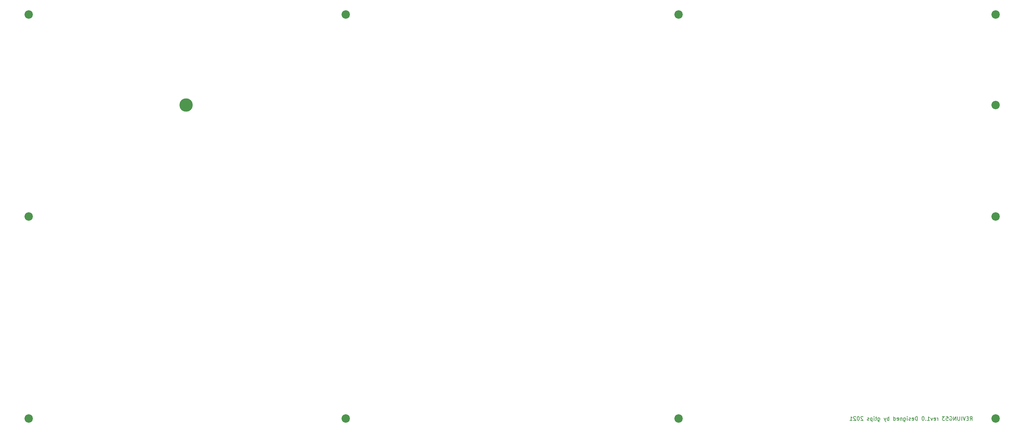
<source format=gbs>
G04 #@! TF.GenerationSoftware,KiCad,Pcbnew,(5.1.9-0-10_14)*
G04 #@! TF.CreationDate,2021-12-01T15:52:12+09:00*
G04 #@! TF.ProjectId,top_plate,746f705f-706c-4617-9465-2e6b69636164,rev?*
G04 #@! TF.SameCoordinates,PX1736fe3PY23988cf*
G04 #@! TF.FileFunction,Soldermask,Bot*
G04 #@! TF.FilePolarity,Negative*
%FSLAX46Y46*%
G04 Gerber Fmt 4.6, Leading zero omitted, Abs format (unit mm)*
G04 Created by KiCad (PCBNEW (5.1.9-0-10_14)) date 2021-12-01 15:52:12*
%MOMM*%
%LPD*%
G01*
G04 APERTURE LIST*
%ADD10C,0.150000*%
%ADD11C,2.200000*%
%ADD12C,3.500000*%
G04 APERTURE END LIST*
D10*
X244026786Y-103592380D02*
X244360119Y-103116190D01*
X244598214Y-103592380D02*
X244598214Y-102592380D01*
X244217262Y-102592380D01*
X244122024Y-102640000D01*
X244074405Y-102687619D01*
X244026786Y-102782857D01*
X244026786Y-102925714D01*
X244074405Y-103020952D01*
X244122024Y-103068571D01*
X244217262Y-103116190D01*
X244598214Y-103116190D01*
X243598214Y-103068571D02*
X243264881Y-103068571D01*
X243122024Y-103592380D02*
X243598214Y-103592380D01*
X243598214Y-102592380D01*
X243122024Y-102592380D01*
X242836310Y-102592380D02*
X242502976Y-103592380D01*
X242169643Y-102592380D01*
X241836310Y-103592380D02*
X241836310Y-102592380D01*
X241360119Y-102592380D02*
X241360119Y-103401904D01*
X241312500Y-103497142D01*
X241264881Y-103544761D01*
X241169643Y-103592380D01*
X240979167Y-103592380D01*
X240883929Y-103544761D01*
X240836310Y-103497142D01*
X240788690Y-103401904D01*
X240788690Y-102592380D01*
X240312500Y-103592380D02*
X240312500Y-102592380D01*
X239741071Y-103592380D01*
X239741071Y-102592380D01*
X238741071Y-102640000D02*
X238836310Y-102592380D01*
X238979167Y-102592380D01*
X239122024Y-102640000D01*
X239217262Y-102735238D01*
X239264881Y-102830476D01*
X239312500Y-103020952D01*
X239312500Y-103163809D01*
X239264881Y-103354285D01*
X239217262Y-103449523D01*
X239122024Y-103544761D01*
X238979167Y-103592380D01*
X238883929Y-103592380D01*
X238741071Y-103544761D01*
X238693452Y-103497142D01*
X238693452Y-103163809D01*
X238883929Y-103163809D01*
X237788690Y-102592380D02*
X238264881Y-102592380D01*
X238312500Y-103068571D01*
X238264881Y-103020952D01*
X238169643Y-102973333D01*
X237931548Y-102973333D01*
X237836310Y-103020952D01*
X237788690Y-103068571D01*
X237741071Y-103163809D01*
X237741071Y-103401904D01*
X237788690Y-103497142D01*
X237836310Y-103544761D01*
X237931548Y-103592380D01*
X238169643Y-103592380D01*
X238264881Y-103544761D01*
X238312500Y-103497142D01*
X237407738Y-102592380D02*
X236788690Y-102592380D01*
X237122024Y-102973333D01*
X236979167Y-102973333D01*
X236883929Y-103020952D01*
X236836310Y-103068571D01*
X236788690Y-103163809D01*
X236788690Y-103401904D01*
X236836310Y-103497142D01*
X236883929Y-103544761D01*
X236979167Y-103592380D01*
X237264881Y-103592380D01*
X237360119Y-103544761D01*
X237407738Y-103497142D01*
X235598214Y-103592380D02*
X235598214Y-102925714D01*
X235598214Y-103116190D02*
X235550595Y-103020952D01*
X235502976Y-102973333D01*
X235407738Y-102925714D01*
X235312500Y-102925714D01*
X234598214Y-103544761D02*
X234693452Y-103592380D01*
X234883929Y-103592380D01*
X234979167Y-103544761D01*
X235026786Y-103449523D01*
X235026786Y-103068571D01*
X234979167Y-102973333D01*
X234883929Y-102925714D01*
X234693452Y-102925714D01*
X234598214Y-102973333D01*
X234550595Y-103068571D01*
X234550595Y-103163809D01*
X235026786Y-103259047D01*
X234217262Y-102925714D02*
X233979167Y-103592380D01*
X233741071Y-102925714D01*
X232836310Y-103592380D02*
X233407738Y-103592380D01*
X233122024Y-103592380D02*
X233122024Y-102592380D01*
X233217262Y-102735238D01*
X233312500Y-102830476D01*
X233407738Y-102878095D01*
X232407738Y-103497142D02*
X232360119Y-103544761D01*
X232407738Y-103592380D01*
X232455357Y-103544761D01*
X232407738Y-103497142D01*
X232407738Y-103592380D01*
X231741071Y-102592380D02*
X231645833Y-102592380D01*
X231550595Y-102640000D01*
X231502976Y-102687619D01*
X231455357Y-102782857D01*
X231407738Y-102973333D01*
X231407738Y-103211428D01*
X231455357Y-103401904D01*
X231502976Y-103497142D01*
X231550595Y-103544761D01*
X231645833Y-103592380D01*
X231741071Y-103592380D01*
X231836310Y-103544761D01*
X231883929Y-103497142D01*
X231931548Y-103401904D01*
X231979167Y-103211428D01*
X231979167Y-102973333D01*
X231931548Y-102782857D01*
X231883929Y-102687619D01*
X231836310Y-102640000D01*
X231741071Y-102592380D01*
X230217262Y-103592380D02*
X230217262Y-102592380D01*
X229979167Y-102592380D01*
X229836310Y-102640000D01*
X229741071Y-102735238D01*
X229693452Y-102830476D01*
X229645833Y-103020952D01*
X229645833Y-103163809D01*
X229693452Y-103354285D01*
X229741071Y-103449523D01*
X229836310Y-103544761D01*
X229979167Y-103592380D01*
X230217262Y-103592380D01*
X228836310Y-103544761D02*
X228931548Y-103592380D01*
X229122024Y-103592380D01*
X229217262Y-103544761D01*
X229264881Y-103449523D01*
X229264881Y-103068571D01*
X229217262Y-102973333D01*
X229122024Y-102925714D01*
X228931548Y-102925714D01*
X228836310Y-102973333D01*
X228788690Y-103068571D01*
X228788690Y-103163809D01*
X229264881Y-103259047D01*
X228407738Y-103544761D02*
X228312500Y-103592380D01*
X228122024Y-103592380D01*
X228026786Y-103544761D01*
X227979167Y-103449523D01*
X227979167Y-103401904D01*
X228026786Y-103306666D01*
X228122024Y-103259047D01*
X228264881Y-103259047D01*
X228360119Y-103211428D01*
X228407738Y-103116190D01*
X228407738Y-103068571D01*
X228360119Y-102973333D01*
X228264881Y-102925714D01*
X228122024Y-102925714D01*
X228026786Y-102973333D01*
X227550595Y-103592380D02*
X227550595Y-102925714D01*
X227550595Y-102592380D02*
X227598214Y-102640000D01*
X227550595Y-102687619D01*
X227502976Y-102640000D01*
X227550595Y-102592380D01*
X227550595Y-102687619D01*
X226645833Y-102925714D02*
X226645833Y-103735238D01*
X226693452Y-103830476D01*
X226741071Y-103878095D01*
X226836310Y-103925714D01*
X226979167Y-103925714D01*
X227074405Y-103878095D01*
X226645833Y-103544761D02*
X226741071Y-103592380D01*
X226931548Y-103592380D01*
X227026786Y-103544761D01*
X227074405Y-103497142D01*
X227122024Y-103401904D01*
X227122024Y-103116190D01*
X227074405Y-103020952D01*
X227026786Y-102973333D01*
X226931548Y-102925714D01*
X226741071Y-102925714D01*
X226645833Y-102973333D01*
X226169643Y-102925714D02*
X226169643Y-103592380D01*
X226169643Y-103020952D02*
X226122024Y-102973333D01*
X226026786Y-102925714D01*
X225883929Y-102925714D01*
X225788690Y-102973333D01*
X225741071Y-103068571D01*
X225741071Y-103592380D01*
X224883929Y-103544761D02*
X224979167Y-103592380D01*
X225169643Y-103592380D01*
X225264881Y-103544761D01*
X225312500Y-103449523D01*
X225312500Y-103068571D01*
X225264881Y-102973333D01*
X225169643Y-102925714D01*
X224979167Y-102925714D01*
X224883929Y-102973333D01*
X224836310Y-103068571D01*
X224836310Y-103163809D01*
X225312500Y-103259047D01*
X223979167Y-103592380D02*
X223979167Y-102592380D01*
X223979167Y-103544761D02*
X224074405Y-103592380D01*
X224264881Y-103592380D01*
X224360119Y-103544761D01*
X224407738Y-103497142D01*
X224455357Y-103401904D01*
X224455357Y-103116190D01*
X224407738Y-103020952D01*
X224360119Y-102973333D01*
X224264881Y-102925714D01*
X224074405Y-102925714D01*
X223979167Y-102973333D01*
X222741071Y-103592380D02*
X222741071Y-102592380D01*
X222741071Y-102973333D02*
X222645833Y-102925714D01*
X222455357Y-102925714D01*
X222360119Y-102973333D01*
X222312500Y-103020952D01*
X222264881Y-103116190D01*
X222264881Y-103401904D01*
X222312500Y-103497142D01*
X222360119Y-103544761D01*
X222455357Y-103592380D01*
X222645833Y-103592380D01*
X222741071Y-103544761D01*
X221931548Y-102925714D02*
X221693452Y-103592380D01*
X221455357Y-102925714D02*
X221693452Y-103592380D01*
X221788690Y-103830476D01*
X221836310Y-103878095D01*
X221931548Y-103925714D01*
X219883929Y-102925714D02*
X219883929Y-103735238D01*
X219931548Y-103830476D01*
X219979167Y-103878095D01*
X220074405Y-103925714D01*
X220217262Y-103925714D01*
X220312500Y-103878095D01*
X219883929Y-103544761D02*
X219979167Y-103592380D01*
X220169643Y-103592380D01*
X220264881Y-103544761D01*
X220312500Y-103497142D01*
X220360119Y-103401904D01*
X220360119Y-103116190D01*
X220312500Y-103020952D01*
X220264881Y-102973333D01*
X220169643Y-102925714D01*
X219979167Y-102925714D01*
X219883929Y-102973333D01*
X219550595Y-102925714D02*
X219169643Y-102925714D01*
X219407738Y-102592380D02*
X219407738Y-103449523D01*
X219360119Y-103544761D01*
X219264881Y-103592380D01*
X219169643Y-103592380D01*
X218836310Y-103592380D02*
X218836310Y-102925714D01*
X218836310Y-102592380D02*
X218883929Y-102640000D01*
X218836310Y-102687619D01*
X218788690Y-102640000D01*
X218836310Y-102592380D01*
X218836310Y-102687619D01*
X218360119Y-102925714D02*
X218360119Y-103925714D01*
X218360119Y-102973333D02*
X218264881Y-102925714D01*
X218074405Y-102925714D01*
X217979167Y-102973333D01*
X217931548Y-103020952D01*
X217883929Y-103116190D01*
X217883929Y-103401904D01*
X217931548Y-103497142D01*
X217979167Y-103544761D01*
X218074405Y-103592380D01*
X218264881Y-103592380D01*
X218360119Y-103544761D01*
X217502976Y-103544761D02*
X217407738Y-103592380D01*
X217217262Y-103592380D01*
X217122024Y-103544761D01*
X217074405Y-103449523D01*
X217074405Y-103401904D01*
X217122024Y-103306666D01*
X217217262Y-103259047D01*
X217360119Y-103259047D01*
X217455357Y-103211428D01*
X217502976Y-103116190D01*
X217502976Y-103068571D01*
X217455357Y-102973333D01*
X217360119Y-102925714D01*
X217217262Y-102925714D01*
X217122024Y-102973333D01*
X215931548Y-102687619D02*
X215883929Y-102640000D01*
X215788690Y-102592380D01*
X215550595Y-102592380D01*
X215455357Y-102640000D01*
X215407738Y-102687619D01*
X215360119Y-102782857D01*
X215360119Y-102878095D01*
X215407738Y-103020952D01*
X215979167Y-103592380D01*
X215360119Y-103592380D01*
X214741071Y-102592380D02*
X214645833Y-102592380D01*
X214550595Y-102640000D01*
X214502976Y-102687619D01*
X214455357Y-102782857D01*
X214407738Y-102973333D01*
X214407738Y-103211428D01*
X214455357Y-103401904D01*
X214502976Y-103497142D01*
X214550595Y-103544761D01*
X214645833Y-103592380D01*
X214741071Y-103592380D01*
X214836310Y-103544761D01*
X214883929Y-103497142D01*
X214931548Y-103401904D01*
X214979167Y-103211428D01*
X214979167Y-102973333D01*
X214931548Y-102782857D01*
X214883929Y-102687619D01*
X214836310Y-102640000D01*
X214741071Y-102592380D01*
X214026786Y-102687619D02*
X213979167Y-102640000D01*
X213883929Y-102592380D01*
X213645833Y-102592380D01*
X213550595Y-102640000D01*
X213502976Y-102687619D01*
X213455357Y-102782857D01*
X213455357Y-102878095D01*
X213502976Y-103020952D01*
X214074405Y-103592380D01*
X213455357Y-103592380D01*
X212502976Y-103592380D02*
X213074405Y-103592380D01*
X212788690Y-103592380D02*
X212788690Y-102592380D01*
X212883929Y-102735238D01*
X212979167Y-102830476D01*
X213074405Y-102878095D01*
D11*
X-3109999Y-50009993D03*
X-3099999Y-103114993D03*
X80157501Y-103114993D03*
X167507501Y-103114993D03*
X250747501Y-103114993D03*
X250750001Y-50009993D03*
X250750000Y-20710000D03*
X250747501Y3095007D03*
X167499501Y3095007D03*
X80157501Y3095007D03*
X-3109999Y3095007D03*
D12*
X38200000Y-20700000D03*
M02*

</source>
